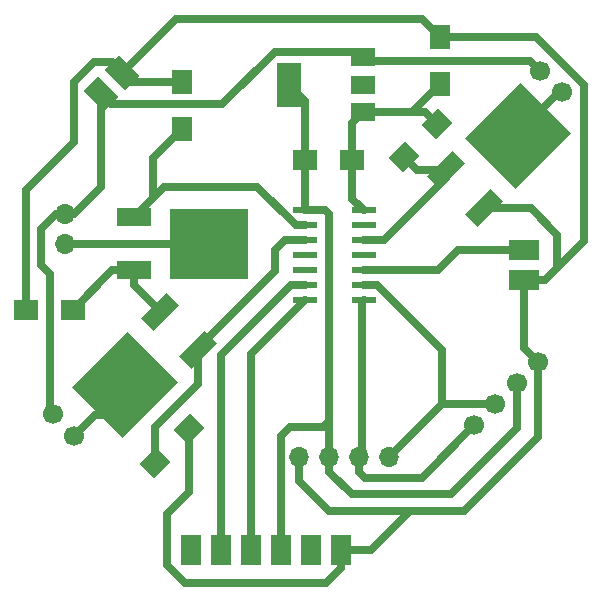
<source format=gbr>
%TF.GenerationSoftware,KiCad,Pcbnew,(6.0.2)*%
%TF.CreationDate,2022-05-06T18:14:28+01:00*%
%TF.ProjectId,o-board,6f2d626f-6172-4642-9e6b-696361645f70,rev?*%
%TF.SameCoordinates,Original*%
%TF.FileFunction,Copper,L1,Top*%
%TF.FilePolarity,Positive*%
%FSLAX46Y46*%
G04 Gerber Fmt 4.6, Leading zero omitted, Abs format (unit mm)*
G04 Created by KiCad (PCBNEW (6.0.2)) date 2022-05-06 18:14:28*
%MOMM*%
%LPD*%
G01*
G04 APERTURE LIST*
G04 Aperture macros list*
%AMHorizOval*
0 Thick line with rounded ends*
0 $1 width*
0 $2 $3 position (X,Y) of the first rounded end (center of the circle)*
0 $4 $5 position (X,Y) of the second rounded end (center of the circle)*
0 Add line between two ends*
20,1,$1,$2,$3,$4,$5,0*
0 Add two circle primitives to create the rounded ends*
1,1,$1,$2,$3*
1,1,$1,$4,$5*%
%AMRotRect*
0 Rectangle, with rotation*
0 The origin of the aperture is its center*
0 $1 length*
0 $2 width*
0 $3 Rotation angle, in degrees counterclockwise*
0 Add horizontal line*
21,1,$1,$2,0,0,$3*%
G04 Aperture macros list end*
%TA.AperFunction,ComponentPad*%
%ADD10O,1.700000X1.700000*%
%TD*%
%TA.AperFunction,SMDPad,CuDef*%
%ADD11R,1.700000X2.500000*%
%TD*%
%TA.AperFunction,SMDPad,CuDef*%
%ADD12RotRect,2.500000X1.700000X135.000000*%
%TD*%
%TA.AperFunction,SMDPad,CuDef*%
%ADD13R,2.000000X1.700000*%
%TD*%
%TA.AperFunction,SMDPad,CuDef*%
%ADD14RotRect,3.000000X1.500000X225.000000*%
%TD*%
%TA.AperFunction,SMDPad,CuDef*%
%ADD15RotRect,6.600000X6.000000X225.000000*%
%TD*%
%TA.AperFunction,SMDPad,CuDef*%
%ADD16R,3.000000X1.500000*%
%TD*%
%TA.AperFunction,SMDPad,CuDef*%
%ADD17R,6.600000X6.000000*%
%TD*%
%TA.AperFunction,SMDPad,CuDef*%
%ADD18RotRect,2.000000X1.700000X45.000000*%
%TD*%
%TA.AperFunction,SMDPad,CuDef*%
%ADD19R,1.700000X2.000000*%
%TD*%
%TA.AperFunction,SMDPad,CuDef*%
%ADD20R,2.000000X1.500000*%
%TD*%
%TA.AperFunction,SMDPad,CuDef*%
%ADD21R,2.000000X3.800000*%
%TD*%
%TA.AperFunction,ComponentPad*%
%ADD22HorizOval,1.700000X0.000000X0.000000X0.000000X0.000000X0*%
%TD*%
%TA.AperFunction,SMDPad,CuDef*%
%ADD23RotRect,3.000000X1.500000X45.000000*%
%TD*%
%TA.AperFunction,SMDPad,CuDef*%
%ADD24RotRect,6.600000X6.000000X45.000000*%
%TD*%
%TA.AperFunction,SMDPad,CuDef*%
%ADD25R,2.500000X1.700000*%
%TD*%
%TA.AperFunction,ComponentPad*%
%ADD26HorizOval,1.700000X0.000000X0.000000X0.000000X0.000000X0*%
%TD*%
%TA.AperFunction,ComponentPad*%
%ADD27HorizOval,1.700000X0.000000X0.000000X0.000000X0.000000X0*%
%TD*%
%TA.AperFunction,SMDPad,CuDef*%
%ADD28R,2.000000X0.600000*%
%TD*%
%TA.AperFunction,Conductor*%
%ADD29C,0.700000*%
%TD*%
G04 APERTURE END LIST*
D10*
%TO.P,J5,1,Pin_1*%
%TO.N,/GND*%
X25664000Y11938000D03*
%TO.P,J5,2,Pin_2*%
%TO.N,/5V*%
X28204000Y11938000D03*
%TO.P,J5,3,Pin_3*%
%TO.N,/SDA*%
X30744000Y11938000D03*
%TO.P,J5,4,Pin_4*%
%TO.N,/SCL*%
X33284000Y11938000D03*
%TD*%
D11*
%TO.P,J8,1,GND*%
%TO.N,/GND*%
X29210000Y4064000D03*
%TO.P,J8,2,CTS*%
%TO.N,unconnected-(J8-Pad2)*%
X26670000Y4064000D03*
%TO.P,J8,3,VCC*%
%TO.N,/5V*%
X24130000Y4064000D03*
%TO.P,J8,4,TX*%
%TO.N,/TX*%
X21590000Y4064000D03*
%TO.P,J8,5,RX*%
%TO.N,/RX*%
X19050000Y4064000D03*
%TO.P,J8,6,RTS*%
%TO.N,unconnected-(J8-Pad6)*%
X16510000Y4064000D03*
%TD*%
D12*
%TO.P,J3,1*%
%TO.N,/12V*%
X8876000Y42652000D03*
%TO.P,J3,2*%
%TO.N,/GND*%
X10672051Y44448051D03*
%TD*%
D13*
%TO.P,R4,1*%
%TO.N,/GND*%
X2540000Y24384000D03*
%TO.P,R4,2*%
X6540000Y24384000D03*
%TD*%
D14*
%TO.P,Q1,1,G*%
%TO.N,/3*%
X17059687Y20947280D03*
D15*
%TO.P,Q1,2,D*%
%TO.N,/LD2*%
X10922000Y18034000D03*
D14*
%TO.P,Q1,3,S*%
%TO.N,/GND*%
X13835280Y24171687D03*
%TD*%
D16*
%TO.P,Q2,1,G*%
%TO.N,/2*%
X11634000Y32252000D03*
D17*
%TO.P,Q2,2,D*%
%TO.N,/LD*%
X18034000Y29972000D03*
D16*
%TO.P,Q2,3,S*%
%TO.N,/GND*%
X11634000Y27692000D03*
%TD*%
D18*
%TO.P,R2,1*%
%TO.N,/3*%
X13462000Y11430000D03*
%TO.P,R2,2*%
%TO.N,/GND*%
X16290428Y14258428D03*
%TD*%
D19*
%TO.P,R1,1*%
%TO.N,/2*%
X15748000Y39688000D03*
%TO.P,R1,2*%
%TO.N,/GND*%
X15748000Y43688000D03*
%TD*%
D20*
%TO.P,U1,1,GND*%
%TO.N,/GND*%
X31090000Y41134000D03*
%TO.P,U1,2,VO*%
%TO.N,/5V*%
X31090000Y43434000D03*
D21*
X24790000Y43434000D03*
D20*
%TO.P,U1,3,VI*%
%TO.N,/12V*%
X31090000Y45734000D03*
%TD*%
D22*
%TO.P,J4,1,Pin_1*%
%TO.N,/GND*%
X45867006Y19959006D03*
%TO.P,J4,2,Pin_2*%
%TO.N,/5V*%
X44070955Y18162955D03*
%TO.P,J4,3,Pin_3*%
%TO.N,/SCL*%
X42274904Y16366904D03*
%TO.P,J4,4,Pin_4*%
%TO.N,/SDA*%
X40478852Y14570852D03*
%TD*%
D10*
%TO.P,J1,1,Pin_1*%
%TO.N,/LD*%
X5842000Y29972000D03*
%TO.P,J1,2,Pin_2*%
%TO.N,/12V*%
X5842000Y32512000D03*
%TD*%
D13*
%TO.P,C1,1*%
%TO.N,/GND*%
X30162000Y37084000D03*
%TO.P,C1,2*%
%TO.N,/5V*%
X26162000Y37084000D03*
%TD*%
D18*
%TO.P,R5,1*%
%TO.N,/12*%
X34509572Y37303572D03*
%TO.P,R5,2*%
%TO.N,/GND*%
X37338000Y40132000D03*
%TD*%
D23*
%TO.P,Q3,1,G*%
%TO.N,/12*%
X38058313Y36202720D03*
D24*
%TO.P,Q3,2,D*%
%TO.N,/LD3*%
X44196000Y39116000D03*
D23*
%TO.P,Q3,3,S*%
%TO.N,/GND*%
X41282720Y32978313D03*
%TD*%
D25*
%TO.P,J6,1*%
%TO.N,/updi*%
X44704000Y29464000D03*
%TO.P,J6,2*%
%TO.N,/GND*%
X44704000Y26924000D03*
%TD*%
D26*
%TO.P,J7,1,Pin_1*%
%TO.N,/12V*%
X46070761Y44607239D03*
%TO.P,J7,2,Pin_2*%
%TO.N,/LD3*%
X47866812Y42811188D03*
%TD*%
D27*
%TO.P,J2,1,Pin_1*%
%TO.N,/LD2*%
X6604000Y13716000D03*
%TO.P,J2,2,Pin_2*%
%TO.N,/12V*%
X4807949Y15512051D03*
%TD*%
D19*
%TO.P,R3,1*%
%TO.N,/GND*%
X37592000Y43498000D03*
%TO.P,R3,2*%
X37592000Y47498000D03*
%TD*%
D28*
%TO.P,U2,1,VCC*%
%TO.N,/5V*%
X26162000Y32814000D03*
%TO.P,U2,2,PA4*%
%TO.N,/2*%
X26162000Y31544000D03*
%TO.P,U2,3,PA5*%
%TO.N,/3*%
X26162000Y30274000D03*
%TO.P,U2,4,PA6/DAC*%
%TO.N,unconnected-(U2-Pad4)*%
X26162000Y29004000D03*
%TO.P,U2,5,PA7*%
%TO.N,unconnected-(U2-Pad5)*%
X26162000Y27734000D03*
%TO.P,U2,6,PB3/RXD*%
%TO.N,/RX*%
X26162000Y26464000D03*
%TO.P,U2,7,PB2/TXD*%
%TO.N,/TX*%
X26162000Y25194000D03*
%TO.P,U2,8,PB1/SDA*%
%TO.N,/SDA*%
X31112000Y25194000D03*
%TO.P,U2,9,PB0/SCL*%
%TO.N,/SCL*%
X31112000Y26464000D03*
%TO.P,U2,10,~{RESET}/UPDI/PA0*%
%TO.N,/updi*%
X31112000Y27734000D03*
%TO.P,U2,11,PA1*%
%TO.N,unconnected-(U2-Pad11)*%
X31112000Y29004000D03*
%TO.P,U2,12,PA2*%
%TO.N,/12*%
X31112000Y30274000D03*
%TO.P,U2,13,PA3/SCK*%
%TO.N,unconnected-(U2-Pad13)*%
X31112000Y31544000D03*
%TO.P,U2,14,GND*%
%TO.N,/GND*%
X31112000Y32814000D03*
%TD*%
D29*
%TO.N,/2*%
X13240000Y33858000D02*
X11634000Y32252000D01*
X22098000Y34798000D02*
X25352000Y31544000D01*
X25352000Y31544000D02*
X26162000Y31544000D01*
X14180000Y34798000D02*
X22098000Y34798000D01*
X13240000Y33858000D02*
X14180000Y34798000D01*
X13240000Y37180000D02*
X13240000Y33858000D01*
X15748000Y39688000D02*
X13240000Y37180000D01*
%TO.N,/GND*%
X9848000Y27692000D02*
X6540000Y24384000D01*
X11634000Y27692000D02*
X9848000Y27692000D01*
X11634000Y26466000D02*
X11634000Y27692000D01*
X13835280Y24264720D02*
X11634000Y26466000D01*
X13835280Y24171687D02*
X13835280Y24264720D01*
%TO.N,/3*%
X24432000Y30274000D02*
X26162000Y30274000D01*
X23622000Y29464000D02*
X24432000Y30274000D01*
X17059687Y21123687D02*
X23622000Y27686000D01*
X17059687Y20947280D02*
X17059687Y21123687D01*
X23622000Y27686000D02*
X23622000Y29464000D01*
%TO.N,/RX*%
X19050000Y20574000D02*
X19050000Y4064000D01*
X26162000Y26464000D02*
X24940000Y26464000D01*
X24940000Y26464000D02*
X19050000Y20574000D01*
%TO.N,/5V*%
X24130000Y13716000D02*
X24130000Y4064000D01*
X26162000Y32814000D02*
X27862000Y32814000D01*
X26162000Y32814000D02*
X26162000Y37084000D01*
X27862000Y32814000D02*
X28204000Y32472000D01*
X44070955Y14352955D02*
X38491520Y8773520D01*
X38491520Y8773520D02*
X30088480Y8773520D01*
X24892000Y14478000D02*
X24130000Y13716000D01*
X30088480Y8773520D02*
X28204000Y10658000D01*
X28204000Y10658000D02*
X28204000Y11938000D01*
X44070955Y18162955D02*
X44070955Y14352955D01*
X28204000Y32472000D02*
X28204000Y11938000D01*
X26162000Y42062000D02*
X24790000Y43434000D01*
X26162000Y37084000D02*
X26162000Y42062000D01*
X27686000Y14478000D02*
X24892000Y14478000D01*
X28194000Y14986000D02*
X27686000Y14478000D01*
%TO.N,/GND*%
X30162000Y37084000D02*
X30162000Y40206000D01*
X30162000Y40206000D02*
X31090000Y41134000D01*
X14478000Y2783244D02*
X14478000Y7112000D01*
X46482000Y26924000D02*
X44704000Y26924000D01*
X2540000Y34544000D02*
X2540000Y24384000D01*
X25654000Y11948000D02*
X25664000Y11938000D01*
X8247935Y45331935D02*
X6604000Y43688000D01*
X15991244Y1270000D02*
X14478000Y2783244D01*
X44704000Y21122012D02*
X44704000Y26924000D01*
X27940000Y1270000D02*
X15991244Y1270000D01*
X28194000Y7366000D02*
X35052000Y7366000D01*
X37592000Y47498000D02*
X45720000Y47498000D01*
X6604000Y43688000D02*
X6604000Y38608000D01*
X31090000Y41134000D02*
X35228000Y41134000D01*
X11432102Y43688000D02*
X10672051Y44448051D01*
X47498000Y30734000D02*
X47498000Y27940000D01*
X41282720Y32978313D02*
X45253687Y32978313D01*
X25664000Y9896000D02*
X28194000Y7366000D01*
X9788167Y45331935D02*
X8247935Y45331935D01*
X35052000Y7366000D02*
X39624000Y7366000D01*
X29210000Y2540000D02*
X27940000Y1270000D01*
X29210000Y4064000D02*
X31750000Y4064000D01*
X15246000Y49022000D02*
X36068000Y49022000D01*
X45720000Y47498000D02*
X49784000Y43434000D01*
X25664000Y11938000D02*
X25664000Y9896000D01*
X45974000Y26924000D02*
X44704000Y26924000D01*
X31750000Y4064000D02*
X35052000Y7366000D01*
X16290428Y8924428D02*
X16290428Y14258428D01*
X39624000Y7366000D02*
X45867006Y13609006D01*
X6604000Y38608000D02*
X2540000Y34544000D01*
X36336000Y41134000D02*
X35228000Y41134000D01*
X45867006Y13609006D02*
X45867006Y19959006D01*
X49784000Y30226000D02*
X46482000Y26924000D01*
X14478000Y7112000D02*
X16290428Y8924428D01*
X45253687Y32978313D02*
X47498000Y30734000D01*
X30162000Y37084000D02*
X30162000Y33764000D01*
X45867006Y19959006D02*
X44704000Y21122012D01*
X30162000Y33764000D02*
X31112000Y32814000D01*
X35228000Y41134000D02*
X37592000Y43498000D01*
X10672051Y44448051D02*
X9788167Y45331935D01*
X36068000Y49022000D02*
X37592000Y47498000D01*
X15748000Y43688000D02*
X11432102Y43688000D01*
X49784000Y43434000D02*
X49784000Y30226000D01*
X10672051Y44448051D02*
X15246000Y49022000D01*
X29210000Y4064000D02*
X29210000Y2540000D01*
X37338000Y40132000D02*
X36336000Y41134000D01*
%TO.N,/LD*%
X18796000Y29972000D02*
X6604000Y29972000D01*
%TO.N,/12V*%
X3810000Y31242000D02*
X3810000Y28194000D01*
X4572000Y15748000D02*
X4807949Y15512051D01*
X8876000Y42652000D02*
X8876000Y34784000D01*
X45212000Y45466000D02*
X31358000Y45466000D01*
X31358000Y45466000D02*
X31090000Y45734000D01*
X19125094Y41768116D02*
X23584978Y46228000D01*
X6604000Y32512000D02*
X5080000Y32512000D01*
X9759884Y41768116D02*
X19125094Y41768116D01*
X30596000Y46228000D02*
X31090000Y45734000D01*
X8876000Y42652000D02*
X9759884Y41768116D01*
X46070761Y44607239D02*
X45212000Y45466000D01*
X3810000Y28194000D02*
X4572000Y27432000D01*
X8876000Y34784000D02*
X6604000Y32512000D01*
X23584978Y46228000D02*
X30596000Y46228000D01*
X5080000Y32512000D02*
X3810000Y31242000D01*
X4572000Y27432000D02*
X4572000Y15748000D01*
%TO.N,/LD2*%
X9398000Y15494000D02*
X8382000Y15494000D01*
X10922000Y17018000D02*
X9398000Y15494000D01*
X10922000Y18034000D02*
X10922000Y17018000D01*
X8382000Y15494000D02*
X6604000Y13716000D01*
%TO.N,/SCL*%
X31112000Y26464000D02*
X32241022Y26464000D01*
X37712904Y20992118D02*
X37712904Y16366904D01*
X42274904Y16366904D02*
X37712904Y16366904D01*
X37712904Y16366904D02*
X33284000Y11938000D01*
X32241022Y26464000D02*
X37712904Y20992118D01*
%TO.N,/SDA*%
X30744000Y10658000D02*
X30744000Y11938000D01*
X30988000Y25070000D02*
X30988000Y12182000D01*
X31112000Y25194000D02*
X30988000Y25070000D01*
X31242000Y10160000D02*
X30744000Y10658000D01*
X36068000Y10160000D02*
X31242000Y10160000D01*
X30988000Y12182000D02*
X30744000Y11938000D01*
X40478852Y14570852D02*
X36068000Y10160000D01*
%TO.N,/TX*%
X26162000Y25194000D02*
X21590000Y20622000D01*
X21590000Y20622000D02*
X21590000Y4064000D01*
%TO.N,/updi*%
X44704000Y29464000D02*
X39116000Y29464000D01*
X39116000Y29464000D02*
X37386000Y27734000D01*
X37386000Y27734000D02*
X31112000Y27734000D01*
%TO.N,/LD3*%
X44227635Y39401635D02*
X42195635Y39401635D01*
X47866812Y42811188D02*
X47637188Y42811188D01*
X47637188Y42811188D02*
X44227635Y39401635D01*
%TO.N,/3*%
X17059687Y18075687D02*
X17059687Y20947280D01*
X13462000Y14478000D02*
X17059687Y18075687D01*
X13462000Y11430000D02*
X13462000Y14478000D01*
%TO.N,/12*%
X35644852Y36202720D02*
X34907786Y36939786D01*
X38058313Y36202720D02*
X35644852Y36202720D01*
X38058313Y35520313D02*
X32812000Y30274000D01*
X38058313Y36202720D02*
X38058313Y35520313D01*
X32812000Y30274000D02*
X31112000Y30274000D01*
%TD*%
M02*

</source>
